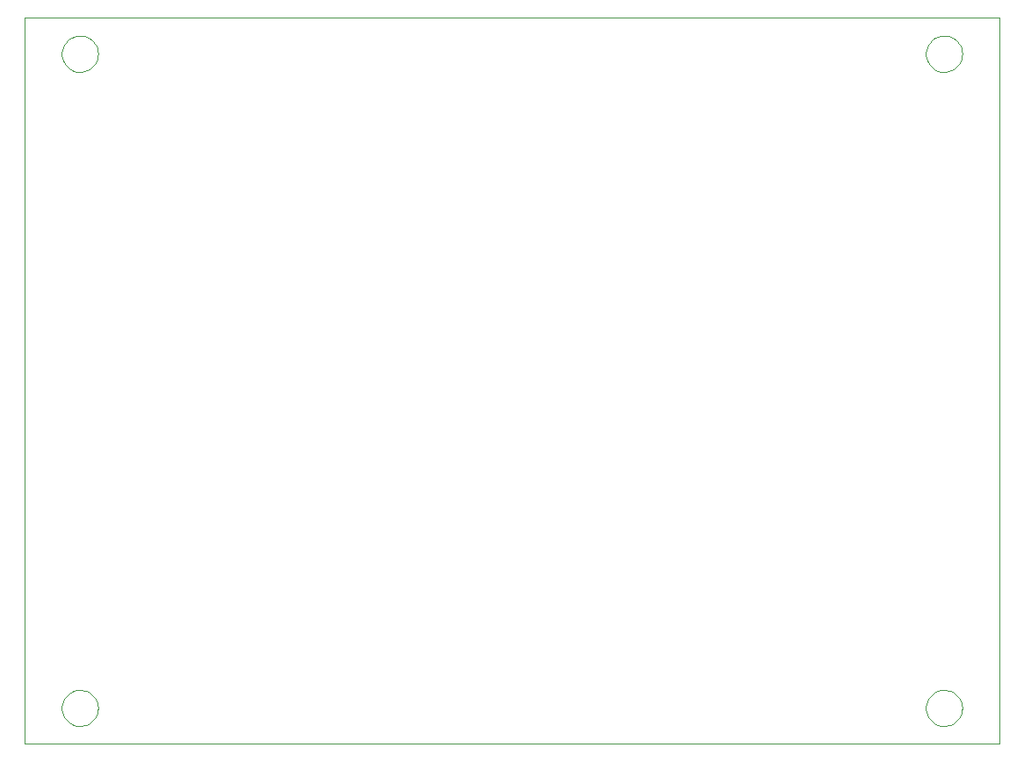
<source format=gm1>
G04*
G04 #@! TF.GenerationSoftware,Altium Limited,Altium Designer,19.1.8 (144)*
G04*
G04 Layer_Color=16711935*
%FSLAX25Y25*%
%MOIN*%
G70*
G01*
G75*
%ADD74C,0.00050*%
D74*
X355906Y13583D02*
X355832Y14586D01*
X355613Y15568D01*
X355254Y16507D01*
X354762Y17384D01*
X354147Y18180D01*
X353423Y18879D01*
X352605Y19464D01*
X351710Y19924D01*
X350758Y20248D01*
X349769Y20431D01*
X348764Y20468D01*
X347764Y20358D01*
X346791Y20103D01*
X345866Y19710D01*
X345007Y19186D01*
X344234Y18543D01*
X343563Y17794D01*
X343007Y16955D01*
X342581Y16044D01*
X342291Y15081D01*
X342144Y14086D01*
Y13080D01*
X342291Y12085D01*
X342581Y11121D01*
X343007Y10211D01*
X343563Y9372D01*
X344234Y8623D01*
X345007Y7979D01*
X345866Y7455D01*
X346791Y7062D01*
X347764Y6808D01*
X348764Y6697D01*
X349769Y6734D01*
X350758Y6917D01*
X351710Y7242D01*
X352605Y7702D01*
X353423Y8287D01*
X354147Y8985D01*
X354762Y9781D01*
X355254Y10658D01*
X355613Y11598D01*
X355832Y12580D01*
X355906Y13583D01*
X27953Y262008D02*
X27879Y263011D01*
X27661Y263993D01*
X27301Y264932D01*
X26809Y265809D01*
X26194Y266605D01*
X25470Y267304D01*
X24652Y267889D01*
X23758Y268349D01*
X22806Y268674D01*
X21816Y268856D01*
X20811Y268893D01*
X19812Y268783D01*
X18838Y268529D01*
X17913Y268135D01*
X17054Y267611D01*
X16281Y266968D01*
X15610Y266219D01*
X15055Y265380D01*
X14628Y264469D01*
X14338Y263506D01*
X14192Y262511D01*
Y261505D01*
X14338Y260510D01*
X14628Y259547D01*
X15055Y258636D01*
X15610Y257797D01*
X16281Y257048D01*
X17054Y256404D01*
X17913Y255880D01*
X18838Y255487D01*
X19812Y255233D01*
X20811Y255123D01*
X21817Y255159D01*
X22806Y255342D01*
X23758Y255667D01*
X24652Y256127D01*
X25470Y256712D01*
X26194Y257410D01*
X26809Y258206D01*
X27301Y259084D01*
X27661Y260023D01*
X27879Y261005D01*
X27953Y262008D01*
Y13583D02*
X27879Y14586D01*
X27661Y15568D01*
X27301Y16507D01*
X26809Y17384D01*
X26194Y18180D01*
X25470Y18879D01*
X24652Y19464D01*
X23758Y19924D01*
X22806Y20248D01*
X21816Y20431D01*
X20811Y20468D01*
X19812Y20358D01*
X18838Y20103D01*
X17913Y19710D01*
X17054Y19186D01*
X16281Y18543D01*
X15610Y17794D01*
X15055Y16955D01*
X14628Y16044D01*
X14338Y15081D01*
X14192Y14086D01*
Y13080D01*
X14338Y12085D01*
X14628Y11121D01*
X15055Y10211D01*
X15610Y9372D01*
X16281Y8623D01*
X17054Y7979D01*
X17913Y7455D01*
X18838Y7062D01*
X19812Y6808D01*
X20811Y6697D01*
X21817Y6734D01*
X22806Y6917D01*
X23758Y7242D01*
X24652Y7702D01*
X25470Y8287D01*
X26194Y8985D01*
X26809Y9781D01*
X27301Y10658D01*
X27661Y11598D01*
X27879Y12580D01*
X27953Y13583D01*
X355906Y262008D02*
X355832Y263011D01*
X355613Y263993D01*
X355254Y264932D01*
X354762Y265809D01*
X354147Y266605D01*
X353423Y267304D01*
X352605Y267889D01*
X351710Y268349D01*
X350758Y268674D01*
X349769Y268856D01*
X348764Y268893D01*
X347764Y268783D01*
X346791Y268529D01*
X345866Y268135D01*
X345007Y267611D01*
X344234Y266968D01*
X343563Y266219D01*
X343007Y265380D01*
X342581Y264469D01*
X342291Y263506D01*
X342144Y262511D01*
Y261505D01*
X342291Y260510D01*
X342581Y259547D01*
X343007Y258636D01*
X343563Y257797D01*
X344234Y257048D01*
X345007Y256404D01*
X345866Y255880D01*
X346791Y255487D01*
X347764Y255233D01*
X348764Y255123D01*
X349769Y255159D01*
X350758Y255342D01*
X351710Y255667D01*
X352605Y256127D01*
X353423Y256712D01*
X354147Y257410D01*
X354762Y258206D01*
X355254Y259084D01*
X355613Y260023D01*
X355832Y261005D01*
X355906Y262008D01*
X0Y0D02*
X370079D01*
X0D02*
Y275590D01*
X370079D01*
Y0D02*
Y275590D01*
M02*

</source>
